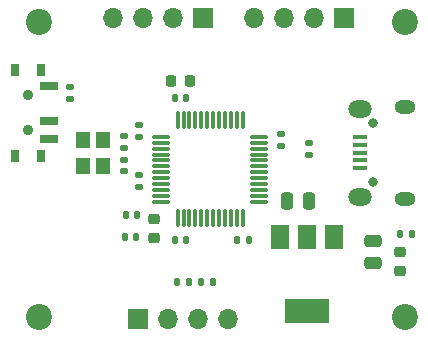
<source format=gbr>
%TF.GenerationSoftware,KiCad,Pcbnew,(6.0.7)*%
%TF.CreationDate,2022-08-14T12:50:59+03:00*%
%TF.ProjectId,STM32F103C8T6,53544d33-3246-4313-9033-433854362e6b,rev?*%
%TF.SameCoordinates,Original*%
%TF.FileFunction,Soldermask,Top*%
%TF.FilePolarity,Negative*%
%FSLAX46Y46*%
G04 Gerber Fmt 4.6, Leading zero omitted, Abs format (unit mm)*
G04 Created by KiCad (PCBNEW (6.0.7)) date 2022-08-14 12:50:59*
%MOMM*%
%LPD*%
G01*
G04 APERTURE LIST*
G04 Aperture macros list*
%AMRoundRect*
0 Rectangle with rounded corners*
0 $1 Rounding radius*
0 $2 $3 $4 $5 $6 $7 $8 $9 X,Y pos of 4 corners*
0 Add a 4 corners polygon primitive as box body*
4,1,4,$2,$3,$4,$5,$6,$7,$8,$9,$2,$3,0*
0 Add four circle primitives for the rounded corners*
1,1,$1+$1,$2,$3*
1,1,$1+$1,$4,$5*
1,1,$1+$1,$6,$7*
1,1,$1+$1,$8,$9*
0 Add four rect primitives between the rounded corners*
20,1,$1+$1,$2,$3,$4,$5,0*
20,1,$1+$1,$4,$5,$6,$7,0*
20,1,$1+$1,$6,$7,$8,$9,0*
20,1,$1+$1,$8,$9,$2,$3,0*%
G04 Aperture macros list end*
%ADD10RoundRect,0.135000X-0.185000X0.135000X-0.185000X-0.135000X0.185000X-0.135000X0.185000X0.135000X0*%
%ADD11RoundRect,0.135000X-0.135000X-0.185000X0.135000X-0.185000X0.135000X0.185000X-0.135000X0.185000X0*%
%ADD12C,2.200000*%
%ADD13RoundRect,0.140000X0.140000X0.170000X-0.140000X0.170000X-0.140000X-0.170000X0.140000X-0.170000X0*%
%ADD14R,1.700000X1.700000*%
%ADD15O,1.700000X1.700000*%
%ADD16RoundRect,0.218750X-0.256250X0.218750X-0.256250X-0.218750X0.256250X-0.218750X0.256250X0.218750X0*%
%ADD17RoundRect,0.225000X-0.225000X-0.250000X0.225000X-0.250000X0.225000X0.250000X-0.225000X0.250000X0*%
%ADD18RoundRect,0.140000X0.170000X-0.140000X0.170000X0.140000X-0.170000X0.140000X-0.170000X-0.140000X0*%
%ADD19R,0.800000X1.000000*%
%ADD20C,0.900000*%
%ADD21R,1.500000X0.700000*%
%ADD22RoundRect,0.135000X0.185000X-0.135000X0.185000X0.135000X-0.185000X0.135000X-0.185000X-0.135000X0*%
%ADD23RoundRect,0.250000X-0.250000X-0.475000X0.250000X-0.475000X0.250000X0.475000X-0.250000X0.475000X0*%
%ADD24RoundRect,0.140000X-0.170000X0.140000X-0.170000X-0.140000X0.170000X-0.140000X0.170000X0.140000X0*%
%ADD25R,1.200000X1.400000*%
%ADD26RoundRect,0.075000X-0.662500X-0.075000X0.662500X-0.075000X0.662500X0.075000X-0.662500X0.075000X0*%
%ADD27RoundRect,0.075000X-0.075000X-0.662500X0.075000X-0.662500X0.075000X0.662500X-0.075000X0.662500X0*%
%ADD28RoundRect,0.140000X-0.140000X-0.170000X0.140000X-0.170000X0.140000X0.170000X-0.140000X0.170000X0*%
%ADD29O,0.800000X0.800000*%
%ADD30R,1.300000X0.450000*%
%ADD31O,2.000000X1.450000*%
%ADD32O,1.800000X1.150000*%
%ADD33RoundRect,0.218750X0.256250X-0.218750X0.256250X0.218750X-0.256250X0.218750X-0.256250X-0.218750X0*%
%ADD34R,1.500000X2.000000*%
%ADD35R,3.800000X2.000000*%
%ADD36RoundRect,0.250000X0.475000X-0.250000X0.475000X0.250000X-0.475000X0.250000X-0.475000X-0.250000X0*%
%ADD37RoundRect,0.135000X0.135000X0.185000X-0.135000X0.185000X-0.135000X-0.185000X0.135000X-0.185000X0*%
G04 APERTURE END LIST*
D10*
%TO.C,R5*%
X106875000Y-69240000D03*
X106875000Y-70260000D03*
%TD*%
D11*
%TO.C,R1*%
X114580000Y-77010000D03*
X115600000Y-77010000D03*
%TD*%
D12*
%TO.C,H3*%
X115000000Y-59000000D03*
%TD*%
D13*
%TO.C,C7*%
X101760000Y-77500000D03*
X100800000Y-77500000D03*
%TD*%
D12*
%TO.C,H2*%
X115000000Y-84000000D03*
%TD*%
D13*
%TO.C,C12*%
X92300000Y-75350000D03*
X91340000Y-75350000D03*
%TD*%
D14*
%TO.C,J1*%
X97900000Y-58700000D03*
D15*
X95360000Y-58700000D03*
X92820000Y-58700000D03*
X90280000Y-58700000D03*
%TD*%
D16*
%TO.C,D1*%
X114610000Y-78542500D03*
X114610000Y-80117500D03*
%TD*%
D17*
%TO.C,C3*%
X95225000Y-64000000D03*
X96775000Y-64000000D03*
%TD*%
D18*
%TO.C,C4*%
X92500000Y-68750000D03*
X92500000Y-67790000D03*
%TD*%
%TO.C,C11*%
X92500000Y-72960000D03*
X92500000Y-72000000D03*
%TD*%
D19*
%TO.C,SW1*%
X84180000Y-63050000D03*
X81970000Y-70350000D03*
X84180000Y-70350000D03*
X81970000Y-63050000D03*
D20*
X83070000Y-65200000D03*
X83070000Y-68200000D03*
D21*
X84830000Y-64450000D03*
X84830000Y-67450000D03*
X84830000Y-68950000D03*
%TD*%
D22*
%TO.C,R4*%
X86614000Y-65536000D03*
X86614000Y-64516000D03*
%TD*%
D23*
%TO.C,C1*%
X104980000Y-74190000D03*
X106880000Y-74190000D03*
%TD*%
D24*
%TO.C,C8*%
X104500000Y-68540000D03*
X104500000Y-69500000D03*
%TD*%
D25*
%TO.C,Y1*%
X87750000Y-69000000D03*
X87750000Y-71200000D03*
X89450000Y-71200000D03*
X89450000Y-69000000D03*
%TD*%
D14*
%TO.C,J2*%
X92390000Y-84200000D03*
D15*
X94930000Y-84200000D03*
X97470000Y-84200000D03*
X100010000Y-84200000D03*
%TD*%
D14*
%TO.C,J3*%
X109800000Y-58700000D03*
D15*
X107260000Y-58700000D03*
X104720000Y-58700000D03*
X102180000Y-58700000D03*
%TD*%
D26*
%TO.C,U2*%
X94337500Y-68750000D03*
X94337500Y-69250000D03*
X94337500Y-69750000D03*
X94337500Y-70250000D03*
X94337500Y-70750000D03*
X94337500Y-71250000D03*
X94337500Y-71750000D03*
X94337500Y-72250000D03*
X94337500Y-72750000D03*
X94337500Y-73250000D03*
X94337500Y-73750000D03*
X94337500Y-74250000D03*
D27*
X95750000Y-75662500D03*
X96250000Y-75662500D03*
X96750000Y-75662500D03*
X97250000Y-75662500D03*
X97750000Y-75662500D03*
X98250000Y-75662500D03*
X98750000Y-75662500D03*
X99250000Y-75662500D03*
X99750000Y-75662500D03*
X100250000Y-75662500D03*
X100750000Y-75662500D03*
X101250000Y-75662500D03*
D26*
X102662500Y-74250000D03*
X102662500Y-73750000D03*
X102662500Y-73250000D03*
X102662500Y-72750000D03*
X102662500Y-72250000D03*
X102662500Y-71750000D03*
X102662500Y-71250000D03*
X102662500Y-70750000D03*
X102662500Y-70250000D03*
X102662500Y-69750000D03*
X102662500Y-69250000D03*
X102662500Y-68750000D03*
D27*
X101250000Y-67337500D03*
X100750000Y-67337500D03*
X100250000Y-67337500D03*
X99750000Y-67337500D03*
X99250000Y-67337500D03*
X98750000Y-67337500D03*
X98250000Y-67337500D03*
X97750000Y-67337500D03*
X97250000Y-67337500D03*
X96750000Y-67337500D03*
X96250000Y-67337500D03*
X95750000Y-67337500D03*
%TD*%
D13*
%TO.C,C13*%
X92260000Y-77250000D03*
X91300000Y-77250000D03*
%TD*%
D28*
%TO.C,C6*%
X95520000Y-77500000D03*
X96480000Y-77500000D03*
%TD*%
D29*
%TO.C,J4*%
X112250000Y-67600000D03*
X112250000Y-72600000D03*
D30*
X111150000Y-71400000D03*
X111150000Y-70750000D03*
X111150000Y-70100000D03*
X111150000Y-69450000D03*
X111150000Y-68800000D03*
D31*
X111200000Y-73825000D03*
X111200000Y-66375000D03*
D32*
X115000000Y-73975000D03*
X115000000Y-66225000D03*
%TD*%
D12*
%TO.C,H1*%
X84000000Y-84000000D03*
%TD*%
D18*
%TO.C,C5*%
X91200000Y-69660000D03*
X91200000Y-68700000D03*
%TD*%
D33*
%TO.C,FB1*%
X93750000Y-77287500D03*
X93750000Y-75712500D03*
%TD*%
D34*
%TO.C,U1*%
X108980000Y-77216000D03*
D35*
X106680000Y-83516000D03*
D34*
X106680000Y-77216000D03*
X104380000Y-77216000D03*
%TD*%
D12*
%TO.C,H4*%
X84000000Y-59000000D03*
%TD*%
D28*
%TO.C,C10*%
X95520000Y-65500000D03*
X96480000Y-65500000D03*
%TD*%
D36*
%TO.C,C2*%
X112268000Y-79436000D03*
X112268000Y-77536000D03*
%TD*%
D18*
%TO.C,C9*%
X91200000Y-71680000D03*
X91200000Y-70720000D03*
%TD*%
D37*
%TO.C,R2*%
X96700000Y-81000000D03*
X95680000Y-81000000D03*
%TD*%
D11*
%TO.C,R3*%
X97690000Y-81000000D03*
X98710000Y-81000000D03*
%TD*%
M02*

</source>
